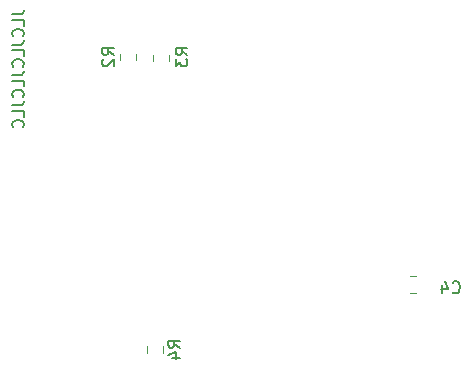
<source format=gbr>
%TF.GenerationSoftware,KiCad,Pcbnew,(5.1.6)-1*%
%TF.CreationDate,2020-09-04T01:33:40+02:00*%
%TF.ProjectId,c64modem,6336346d-6f64-4656-9d2e-6b696361645f,rev?*%
%TF.SameCoordinates,Original*%
%TF.FileFunction,Legend,Bot*%
%TF.FilePolarity,Positive*%
%FSLAX46Y46*%
G04 Gerber Fmt 4.6, Leading zero omitted, Abs format (unit mm)*
G04 Created by KiCad (PCBNEW (5.1.6)-1) date 2020-09-04 01:33:40*
%MOMM*%
%LPD*%
G01*
G04 APERTURE LIST*
%ADD10C,0.150000*%
%ADD11C,0.120000*%
G04 APERTURE END LIST*
D10*
X126325380Y-65357952D02*
X127039666Y-65357952D01*
X127182523Y-65310333D01*
X127277761Y-65215095D01*
X127325380Y-65072238D01*
X127325380Y-64977000D01*
X127325380Y-66310333D02*
X127325380Y-65834142D01*
X126325380Y-65834142D01*
X127230142Y-67215095D02*
X127277761Y-67167476D01*
X127325380Y-67024619D01*
X127325380Y-66929380D01*
X127277761Y-66786523D01*
X127182523Y-66691285D01*
X127087285Y-66643666D01*
X126896809Y-66596047D01*
X126753952Y-66596047D01*
X126563476Y-66643666D01*
X126468238Y-66691285D01*
X126373000Y-66786523D01*
X126325380Y-66929380D01*
X126325380Y-67024619D01*
X126373000Y-67167476D01*
X126420619Y-67215095D01*
X126325380Y-67929380D02*
X127039666Y-67929380D01*
X127182523Y-67881761D01*
X127277761Y-67786523D01*
X127325380Y-67643666D01*
X127325380Y-67548428D01*
X127325380Y-68881761D02*
X127325380Y-68405571D01*
X126325380Y-68405571D01*
X127230142Y-69786523D02*
X127277761Y-69738904D01*
X127325380Y-69596047D01*
X127325380Y-69500809D01*
X127277761Y-69357952D01*
X127182523Y-69262714D01*
X127087285Y-69215095D01*
X126896809Y-69167476D01*
X126753952Y-69167476D01*
X126563476Y-69215095D01*
X126468238Y-69262714D01*
X126373000Y-69357952D01*
X126325380Y-69500809D01*
X126325380Y-69596047D01*
X126373000Y-69738904D01*
X126420619Y-69786523D01*
X126325380Y-70500809D02*
X127039666Y-70500809D01*
X127182523Y-70453190D01*
X127277761Y-70357952D01*
X127325380Y-70215095D01*
X127325380Y-70119857D01*
X127325380Y-71453190D02*
X127325380Y-70977000D01*
X126325380Y-70977000D01*
X127230142Y-72357952D02*
X127277761Y-72310333D01*
X127325380Y-72167476D01*
X127325380Y-72072238D01*
X127277761Y-71929380D01*
X127182523Y-71834142D01*
X127087285Y-71786523D01*
X126896809Y-71738904D01*
X126753952Y-71738904D01*
X126563476Y-71786523D01*
X126468238Y-71834142D01*
X126373000Y-71929380D01*
X126325380Y-72072238D01*
X126325380Y-72167476D01*
X126373000Y-72310333D01*
X126420619Y-72357952D01*
X126325380Y-73072238D02*
X127039666Y-73072238D01*
X127182523Y-73024619D01*
X127277761Y-72929380D01*
X127325380Y-72786523D01*
X127325380Y-72691285D01*
X127325380Y-74024619D02*
X127325380Y-73548428D01*
X126325380Y-73548428D01*
X127230142Y-74929380D02*
X127277761Y-74881761D01*
X127325380Y-74738904D01*
X127325380Y-74643666D01*
X127277761Y-74500809D01*
X127182523Y-74405571D01*
X127087285Y-74357952D01*
X126896809Y-74310333D01*
X126753952Y-74310333D01*
X126563476Y-74357952D01*
X126468238Y-74405571D01*
X126373000Y-74500809D01*
X126325380Y-74643666D01*
X126325380Y-74738904D01*
X126373000Y-74881761D01*
X126420619Y-74929380D01*
D11*
%TO.C,R4*%
X137720000Y-93996252D02*
X137720000Y-93473748D01*
X139140000Y-93996252D02*
X139140000Y-93473748D01*
%TO.C,R3*%
X139648000Y-68826748D02*
X139648000Y-69349252D01*
X138228000Y-68826748D02*
X138228000Y-69349252D01*
%TO.C,R2*%
X136854000Y-68699748D02*
X136854000Y-69222252D01*
X135434000Y-68699748D02*
X135434000Y-69222252D01*
%TO.C,C4*%
X160526252Y-88975000D02*
X160003748Y-88975000D01*
X160526252Y-87555000D02*
X160003748Y-87555000D01*
%TO.C,R4*%
D10*
X140532380Y-93568333D02*
X140056190Y-93235000D01*
X140532380Y-92996904D02*
X139532380Y-92996904D01*
X139532380Y-93377857D01*
X139580000Y-93473095D01*
X139627619Y-93520714D01*
X139722857Y-93568333D01*
X139865714Y-93568333D01*
X139960952Y-93520714D01*
X140008571Y-93473095D01*
X140056190Y-93377857D01*
X140056190Y-92996904D01*
X139865714Y-94425476D02*
X140532380Y-94425476D01*
X139484761Y-94187380D02*
X140199047Y-93949285D01*
X140199047Y-94568333D01*
%TO.C,R3*%
X141168380Y-68803333D02*
X140692190Y-68470000D01*
X141168380Y-68231904D02*
X140168380Y-68231904D01*
X140168380Y-68612857D01*
X140216000Y-68708095D01*
X140263619Y-68755714D01*
X140358857Y-68803333D01*
X140501714Y-68803333D01*
X140596952Y-68755714D01*
X140644571Y-68708095D01*
X140692190Y-68612857D01*
X140692190Y-68231904D01*
X140168380Y-69136666D02*
X140168380Y-69755714D01*
X140549333Y-69422380D01*
X140549333Y-69565238D01*
X140596952Y-69660476D01*
X140644571Y-69708095D01*
X140739809Y-69755714D01*
X140977904Y-69755714D01*
X141073142Y-69708095D01*
X141120761Y-69660476D01*
X141168380Y-69565238D01*
X141168380Y-69279523D01*
X141120761Y-69184285D01*
X141073142Y-69136666D01*
%TO.C,R2*%
X134946380Y-68794333D02*
X134470190Y-68461000D01*
X134946380Y-68222904D02*
X133946380Y-68222904D01*
X133946380Y-68603857D01*
X133994000Y-68699095D01*
X134041619Y-68746714D01*
X134136857Y-68794333D01*
X134279714Y-68794333D01*
X134374952Y-68746714D01*
X134422571Y-68699095D01*
X134470190Y-68603857D01*
X134470190Y-68222904D01*
X134041619Y-69175285D02*
X133994000Y-69222904D01*
X133946380Y-69318142D01*
X133946380Y-69556238D01*
X133994000Y-69651476D01*
X134041619Y-69699095D01*
X134136857Y-69746714D01*
X134232095Y-69746714D01*
X134374952Y-69699095D01*
X134946380Y-69127666D01*
X134946380Y-69746714D01*
%TO.C,C4*%
X163615666Y-88876142D02*
X163663285Y-88923761D01*
X163806142Y-88971380D01*
X163901380Y-88971380D01*
X164044238Y-88923761D01*
X164139476Y-88828523D01*
X164187095Y-88733285D01*
X164234714Y-88542809D01*
X164234714Y-88399952D01*
X164187095Y-88209476D01*
X164139476Y-88114238D01*
X164044238Y-88019000D01*
X163901380Y-87971380D01*
X163806142Y-87971380D01*
X163663285Y-88019000D01*
X163615666Y-88066619D01*
X162758523Y-88304714D02*
X162758523Y-88971380D01*
X162996619Y-87923761D02*
X163234714Y-88638047D01*
X162615666Y-88638047D01*
%TD*%
M02*

</source>
